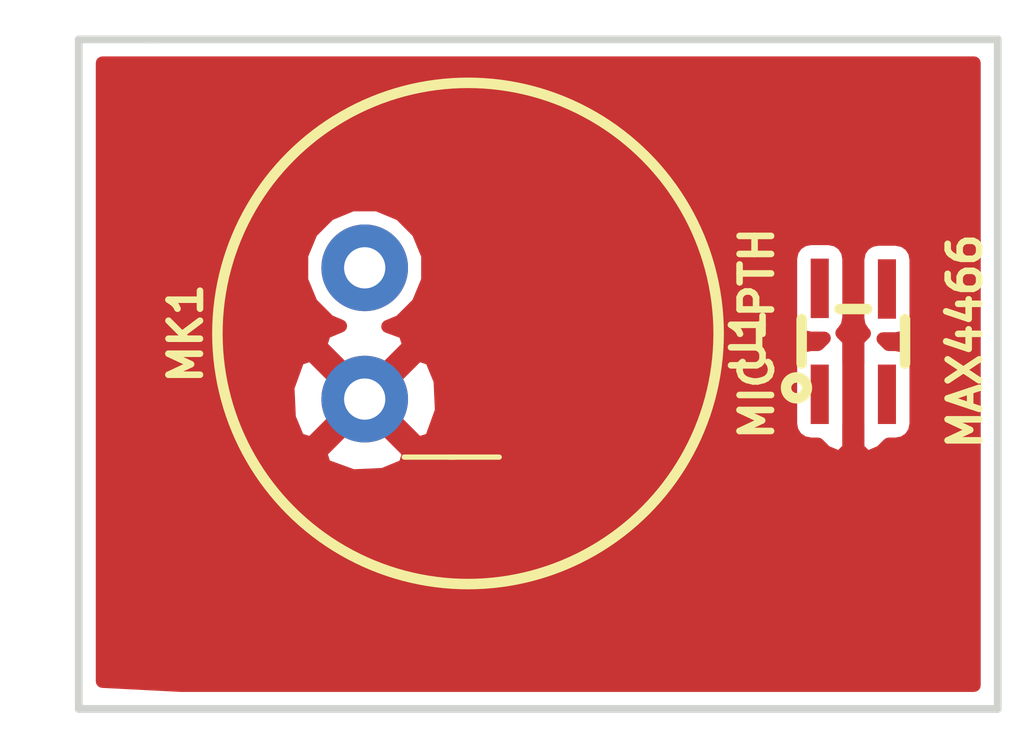
<source format=kicad_pcb>
(kicad_pcb (version 4) (host pcbnew 4.0.6)

  (general
    (links 2)
    (no_connects 1)
    (area 140.894999 99.238999 158.825001 112.343001)
    (thickness 1.6)
    (drawings 5)
    (tracks 0)
    (zones 0)
    (modules 2)
    (nets 6)
  )

  (page A4)
  (layers
    (0 F.Cu signal)
    (31 B.Cu signal)
    (32 B.Adhes user)
    (33 F.Adhes user)
    (34 B.Paste user)
    (35 F.Paste user)
    (36 B.SilkS user)
    (37 F.SilkS user)
    (38 B.Mask user)
    (39 F.Mask user)
    (40 Dwgs.User user hide)
    (41 Cmts.User user)
    (42 Eco1.User user)
    (43 Eco2.User user)
    (44 Edge.Cuts user)
    (45 Margin user)
    (46 B.CrtYd user)
    (47 F.CrtYd user)
    (48 B.Fab user)
    (49 F.Fab user)
  )

  (setup
    (last_trace_width 0.254)
    (trace_clearance 0.254)
    (zone_clearance 0.254)
    (zone_45_only no)
    (trace_min 0.2)
    (segment_width 0.2)
    (edge_width 0.15)
    (via_size 0.6)
    (via_drill 0.4)
    (via_min_size 0.4)
    (via_min_drill 0.3)
    (uvia_size 0.3)
    (uvia_drill 0.1)
    (uvias_allowed no)
    (uvia_min_size 0.2)
    (uvia_min_drill 0.1)
    (pcb_text_width 0.3)
    (pcb_text_size 1.5 1.5)
    (mod_edge_width 0.15)
    (mod_text_size 1 1)
    (mod_text_width 0.15)
    (pad_size 1.524 1.524)
    (pad_drill 0.762)
    (pad_to_mask_clearance 0.2)
    (aux_axis_origin 0 0)
    (visible_elements 7FFFFFFF)
    (pcbplotparams
      (layerselection 0x00030_80000001)
      (usegerberextensions false)
      (excludeedgelayer true)
      (linewidth 0.100000)
      (plotframeref false)
      (viasonmask false)
      (mode 1)
      (useauxorigin false)
      (hpglpennumber 1)
      (hpglpenspeed 20)
      (hpglpendiameter 15)
      (hpglpenoverlay 2)
      (psnegative false)
      (psa4output false)
      (plotreference true)
      (plotvalue true)
      (plotinvisibletext false)
      (padsonsilk false)
      (subtractmaskfromsilk false)
      (outputformat 1)
      (mirror false)
      (drillshape 1)
      (scaleselection 1)
      (outputdirectory ""))
  )

  (net 0 "")
  (net 1 GND)
  (net 2 "Net-(MK1-PadOUT)")
  (net 3 "Net-(U1-Pad3)")
  (net 4 "Net-(U1-Pad4)")
  (net 5 "Net-(U1-Pad5)")

  (net_class Default "This is the default net class."
    (clearance 0.254)
    (trace_width 0.254)
    (via_dia 0.6)
    (via_drill 0.4)
    (uvia_dia 0.3)
    (uvia_drill 0.1)
    (add_net GND)
    (add_net "Net-(MK1-PadOUT)")
    (add_net "Net-(U1-Pad3)")
    (add_net "Net-(U1-Pad4)")
    (add_net "Net-(U1-Pad5)")
  )

  (module MICROPHONE-PTH-9.7MM (layer F.Cu) (tedit 200000) (tstamp 59AB22B6)
    (at 148.5011 105.0036)
    (descr "MICROPHONE - 9.7 MM DIAMETER, PTH")
    (tags "MICROPHONE - 9.7 MM DIAMETER, PTH")
    (path /59AB22E6)
    (attr virtual)
    (fp_text reference MK1 (at -5.461 0 90) (layer F.SilkS)
      (effects (font (size 0.6096 0.6096) (thickness 0.127)))
    )
    (fp_text value MIC-PTH (at 5.588 0 90) (layer F.SilkS)
      (effects (font (size 0.6096 0.6096) (thickness 0.127)))
    )
    (fp_circle (center 0 0) (end 0 -4.84886) (layer F.SilkS) (width 0.2032))
    (fp_text user - (at -0.7493 2.29362) (layer F.SilkS)
      (effects (font (size 1.27 1.27) (thickness 0.1016)))
    )
    (fp_text user - (at 0.11938 2.29362) (layer F.SilkS)
      (effects (font (size 1.27 1.27) (thickness 0.1016)) (justify mirror))
    )
    (pad GND thru_hole circle (at -1.99898 1.27) (size 1.6764 1.6764) (drill 0.79756) (layers *.Cu *.Mask)
      (net 1 GND) (solder_mask_margin 0.1016))
    (pad OUT thru_hole circle (at -1.99898 -1.27) (size 1.6764 1.6764) (drill 0.79756) (layers *.Cu *.Mask)
      (net 2 "Net-(MK1-PadOUT)") (solder_mask_margin 0.1016))
  )

  (module Matrix_Bot_Tie:SC70-5 (layer F.Cu) (tedit 59AB41F8) (tstamp 59AB466E)
    (at 155.956 105.156)
    (descr "SMALL OUTLINE TRANSISTOR")
    (tags "SMALL OUTLINE TRANSISTOR")
    (path /59AB471A)
    (attr smd)
    (fp_text reference U1 (at -2.032 0 90) (layer F.SilkS)
      (effects (font (size 0.6096 0.6096) (thickness 0.127)))
    )
    (fp_text value MAX4466 (at 2.159 0 90) (layer F.SilkS)
      (effects (font (size 0.6096 0.6096) (thickness 0.127)))
    )
    (fp_circle (center -1.1 0.9) (end -1.1 1) (layer F.SilkS) (width 0.2032))
    (fp_line (start 0.65 -1.1) (end 0.65 -0.66) (layer Dwgs.User) (width 0.22))
    (fp_line (start -0.65 -1.1) (end -0.65 -0.66) (layer Dwgs.User) (width 0.22))
    (fp_line (start 0.65 0.66) (end 0.65 1.1) (layer Dwgs.User) (width 0.22))
    (fp_line (start 0 0.66) (end 0 1.1) (layer Dwgs.User) (width 0.22))
    (fp_line (start -0.65 0.66) (end -0.65 1.1) (layer Dwgs.User) (width 0.22))
    (fp_line (start 1 -0.42926) (end 1 0.42926) (layer F.SilkS) (width 0.2032))
    (fp_line (start 1 0.625) (end -1 0.625) (layer Dwgs.User) (width 0.1524))
    (fp_line (start -1 0.42926) (end -1 -0.42926) (layer F.SilkS) (width 0.2032))
    (fp_line (start -1 -0.625) (end 1 -0.625) (layer Dwgs.User) (width 0.1524))
    (fp_line (start -0.2667 -0.625) (end 0.2667 -0.625) (layer F.SilkS) (width 0.2032))
    (fp_line (start 1 -0.625) (end 1 0.625) (layer Dwgs.User) (width 0.1524))
    (fp_line (start -1 -0.625) (end -1 0.625) (layer Dwgs.User) (width 0.1524))
    (pad 1 smd rect (at -0.65 1.025) (size 0.35 1.15) (layers F.Cu F.Paste F.Mask)
      (net 2 "Net-(MK1-PadOUT)") (solder_mask_margin 0.1016))
    (pad 2 smd rect (at 0 1.025) (size 0.35 1.15) (layers F.Cu F.Paste F.Mask)
      (net 1 GND) (solder_mask_margin 0.1016))
    (pad 3 smd rect (at 0.65 1.025) (size 0.35 1.15) (layers F.Cu F.Paste F.Mask)
      (net 3 "Net-(U1-Pad3)") (solder_mask_margin 0.1016))
    (pad 4 smd rect (at 0.65 -1.0125) (size 0.35 1.15) (layers F.Cu F.Paste F.Mask)
      (net 4 "Net-(U1-Pad4)") (solder_mask_margin 0.1016))
    (pad 5 smd rect (at -0.65 -1.025) (size 0.35 1.15) (layers F.Cu F.Paste F.Mask)
      (net 5 "Net-(U1-Pad5)") (solder_mask_margin 0.1016))
  )

  (gr_line (start 140.97 99.314) (end 142.494 99.314) (angle 90) (layer Edge.Cuts) (width 0.15))
  (gr_line (start 140.97 112.268) (end 140.97 99.314) (angle 90) (layer Edge.Cuts) (width 0.15))
  (gr_line (start 158.75 112.268) (end 140.97 112.268) (angle 90) (layer Edge.Cuts) (width 0.15))
  (gr_line (start 158.75 99.314) (end 158.75 112.268) (angle 90) (layer Edge.Cuts) (width 0.15))
  (gr_line (start 142.24 99.314) (end 158.75 99.314) (angle 90) (layer Edge.Cuts) (width 0.15))

  (zone (net 1) (net_name GND) (layer F.Cu) (tstamp 59AB2490) (hatch edge 0.508)
    (connect_pads (clearance 0.254))
    (min_thickness 0.254)
    (fill yes (arc_segments 16) (thermal_gap 0.508) (thermal_bridge_width 0.508))
    (polygon
      (pts
        (xy 159.258 112.776) (xy 139.446 111.76) (xy 140.462 98.806) (xy 159.258 98.552)
      )
    )
    (filled_polygon
      (pts
        (xy 158.294 111.812) (xy 142.939738 111.812) (xy 141.426 111.734372) (xy 141.426 107.309013) (xy 145.646312 107.309013)
        (xy 145.725137 107.55909) (xy 146.276217 107.758577) (xy 146.861689 107.731989) (xy 147.279103 107.55909) (xy 147.357928 107.309013)
        (xy 146.50212 106.453205) (xy 145.646312 107.309013) (xy 141.426 107.309013) (xy 141.426 106.047697) (xy 145.017143 106.047697)
        (xy 145.043731 106.633169) (xy 145.21663 107.050583) (xy 145.466707 107.129408) (xy 146.322515 106.2736) (xy 146.681725 106.2736)
        (xy 147.537533 107.129408) (xy 147.78761 107.050583) (xy 147.987097 106.499503) (xy 147.960509 105.914031) (xy 147.78761 105.496617)
        (xy 147.537533 105.417792) (xy 146.681725 106.2736) (xy 146.322515 106.2736) (xy 145.466707 105.417792) (xy 145.21663 105.496617)
        (xy 145.017143 106.047697) (xy 141.426 106.047697) (xy 141.426 103.97505) (xy 145.282708 103.97505) (xy 145.467929 104.423319)
        (xy 145.810597 104.766585) (xy 146.034994 104.859763) (xy 145.725137 104.98811) (xy 145.646312 105.238187) (xy 146.50212 106.093995)
        (xy 147.357928 105.238187) (xy 147.279103 104.98811) (xy 146.948374 104.868389) (xy 147.191839 104.767791) (xy 147.535105 104.425123)
        (xy 147.721108 103.977178) (xy 147.721476 103.556) (xy 154.742536 103.556) (xy 154.742536 104.706) (xy 154.769103 104.84719)
        (xy 154.852546 104.976865) (xy 154.979866 105.063859) (xy 155.131 105.094464) (xy 155.394511 105.094464) (xy 155.271438 105.217536)
        (xy 155.131 105.217536) (xy 154.98981 105.244103) (xy 154.860135 105.327546) (xy 154.773141 105.454866) (xy 154.742536 105.606)
        (xy 154.742536 106.756) (xy 154.769103 106.89719) (xy 154.852546 107.026865) (xy 154.979866 107.113859) (xy 155.131 107.144464)
        (xy 155.271438 107.144464) (xy 155.421302 107.294327) (xy 155.654691 107.391) (xy 155.70975 107.391) (xy 155.8685 107.23225)
        (xy 155.8685 106.76076) (xy 155.869464 106.756) (xy 155.869464 105.606) (xy 155.8685 105.600877) (xy 155.8685 105.12975)
        (xy 155.734426 104.995676) (xy 155.751865 104.984454) (xy 155.838859 104.857134) (xy 155.869464 104.706) (xy 155.869464 103.5685)
        (xy 156.042536 103.5685) (xy 156.042536 104.7185) (xy 156.069103 104.85969) (xy 156.152546 104.989365) (xy 156.171164 105.002086)
        (xy 156.0435 105.12975) (xy 156.0435 105.60124) (xy 156.042536 105.606) (xy 156.042536 106.756) (xy 156.0435 106.761123)
        (xy 156.0435 107.23225) (xy 156.20225 107.391) (xy 156.257309 107.391) (xy 156.490698 107.294327) (xy 156.640562 107.144464)
        (xy 156.781 107.144464) (xy 156.92219 107.117897) (xy 157.051865 107.034454) (xy 157.138859 106.907134) (xy 157.169464 106.756)
        (xy 157.169464 105.606) (xy 157.142897 105.46481) (xy 157.059454 105.335135) (xy 156.932134 105.248141) (xy 156.781 105.217536)
        (xy 156.640562 105.217536) (xy 156.529989 105.106964) (xy 156.781 105.106964) (xy 156.92219 105.080397) (xy 157.051865 104.996954)
        (xy 157.138859 104.869634) (xy 157.169464 104.7185) (xy 157.169464 103.5685) (xy 157.142897 103.42731) (xy 157.059454 103.297635)
        (xy 156.932134 103.210641) (xy 156.781 103.180036) (xy 156.431 103.180036) (xy 156.28981 103.206603) (xy 156.160135 103.290046)
        (xy 156.073141 103.417366) (xy 156.042536 103.5685) (xy 155.869464 103.5685) (xy 155.869464 103.556) (xy 155.842897 103.41481)
        (xy 155.759454 103.285135) (xy 155.632134 103.198141) (xy 155.481 103.167536) (xy 155.131 103.167536) (xy 154.98981 103.194103)
        (xy 154.860135 103.277546) (xy 154.773141 103.404866) (xy 154.742536 103.556) (xy 147.721476 103.556) (xy 147.721532 103.49215)
        (xy 147.536311 103.043881) (xy 147.193643 102.700615) (xy 146.745698 102.514612) (xy 146.26067 102.514188) (xy 145.812401 102.699409)
        (xy 145.469135 103.042077) (xy 145.283132 103.490022) (xy 145.282708 103.97505) (xy 141.426 103.97505) (xy 141.426 99.77)
        (xy 158.294 99.77)
      )
    )
  )
)

</source>
